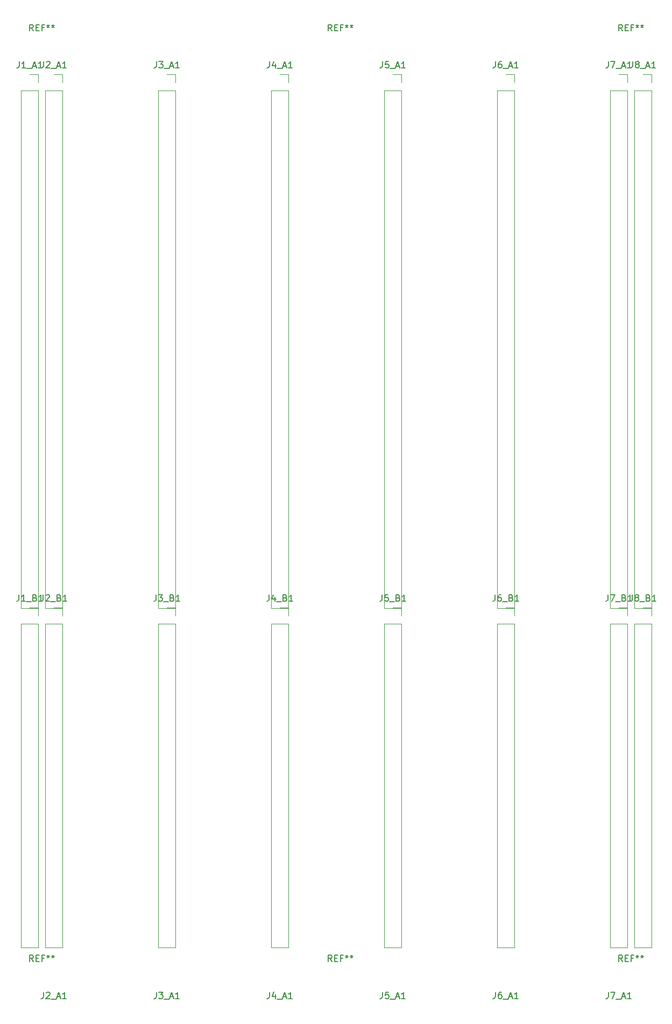
<source format=gbr>
%TF.GenerationSoftware,KiCad,Pcbnew,6.0.2+dfsg-1*%
%TF.CreationDate,2024-07-15T20:38:23+02:00*%
%TF.ProjectId,BUS_Rebuild,4255535f-5265-4627-9569-6c642e6b6963,rev?*%
%TF.SameCoordinates,Original*%
%TF.FileFunction,Legend,Top*%
%TF.FilePolarity,Positive*%
%FSLAX46Y46*%
G04 Gerber Fmt 4.6, Leading zero omitted, Abs format (unit mm)*
G04 Created by KiCad (PCBNEW 6.0.2+dfsg-1) date 2024-07-15 20:38:23*
%MOMM*%
%LPD*%
G01*
G04 APERTURE LIST*
%ADD10C,0.150000*%
%ADD11C,0.120000*%
G04 APERTURE END LIST*
D10*
X30130952Y-175982380D02*
X30130952Y-176696666D01*
X30083333Y-176839523D01*
X29988095Y-176934761D01*
X29845238Y-176982380D01*
X29750000Y-176982380D01*
X30559523Y-176077619D02*
X30607142Y-176030000D01*
X30702380Y-175982380D01*
X30940476Y-175982380D01*
X31035714Y-176030000D01*
X31083333Y-176077619D01*
X31130952Y-176172857D01*
X31130952Y-176268095D01*
X31083333Y-176410952D01*
X30511904Y-176982380D01*
X31130952Y-176982380D01*
X31321428Y-177077619D02*
X32083333Y-177077619D01*
X32273809Y-176696666D02*
X32750000Y-176696666D01*
X32178571Y-176982380D02*
X32511904Y-175982380D01*
X32845238Y-176982380D01*
X33702380Y-176982380D02*
X33130952Y-176982380D01*
X33416666Y-176982380D02*
X33416666Y-175982380D01*
X33321428Y-176125238D01*
X33226190Y-176220476D01*
X33130952Y-176268095D01*
X119030952Y-175982380D02*
X119030952Y-176696666D01*
X118983333Y-176839523D01*
X118888095Y-176934761D01*
X118745238Y-176982380D01*
X118650000Y-176982380D01*
X119411904Y-175982380D02*
X120078571Y-175982380D01*
X119650000Y-176982380D01*
X120221428Y-177077619D02*
X120983333Y-177077619D01*
X121173809Y-176696666D02*
X121650000Y-176696666D01*
X121078571Y-176982380D02*
X121411904Y-175982380D01*
X121745238Y-176982380D01*
X122602380Y-176982380D02*
X122030952Y-176982380D01*
X122316666Y-176982380D02*
X122316666Y-175982380D01*
X122221428Y-176125238D01*
X122126190Y-176220476D01*
X122030952Y-176268095D01*
X83470952Y-175982380D02*
X83470952Y-176696666D01*
X83423333Y-176839523D01*
X83328095Y-176934761D01*
X83185238Y-176982380D01*
X83090000Y-176982380D01*
X84423333Y-175982380D02*
X83947142Y-175982380D01*
X83899523Y-176458571D01*
X83947142Y-176410952D01*
X84042380Y-176363333D01*
X84280476Y-176363333D01*
X84375714Y-176410952D01*
X84423333Y-176458571D01*
X84470952Y-176553809D01*
X84470952Y-176791904D01*
X84423333Y-176887142D01*
X84375714Y-176934761D01*
X84280476Y-176982380D01*
X84042380Y-176982380D01*
X83947142Y-176934761D01*
X83899523Y-176887142D01*
X84661428Y-177077619D02*
X85423333Y-177077619D01*
X85613809Y-176696666D02*
X86090000Y-176696666D01*
X85518571Y-176982380D02*
X85851904Y-175982380D01*
X86185238Y-176982380D01*
X87042380Y-176982380D02*
X86470952Y-176982380D01*
X86756666Y-176982380D02*
X86756666Y-175982380D01*
X86661428Y-176125238D01*
X86566190Y-176220476D01*
X86470952Y-176268095D01*
X47910952Y-175982380D02*
X47910952Y-176696666D01*
X47863333Y-176839523D01*
X47768095Y-176934761D01*
X47625238Y-176982380D01*
X47530000Y-176982380D01*
X48291904Y-175982380D02*
X48910952Y-175982380D01*
X48577619Y-176363333D01*
X48720476Y-176363333D01*
X48815714Y-176410952D01*
X48863333Y-176458571D01*
X48910952Y-176553809D01*
X48910952Y-176791904D01*
X48863333Y-176887142D01*
X48815714Y-176934761D01*
X48720476Y-176982380D01*
X48434761Y-176982380D01*
X48339523Y-176934761D01*
X48291904Y-176887142D01*
X49101428Y-177077619D02*
X49863333Y-177077619D01*
X50053809Y-176696666D02*
X50530000Y-176696666D01*
X49958571Y-176982380D02*
X50291904Y-175982380D01*
X50625238Y-176982380D01*
X51482380Y-176982380D02*
X50910952Y-176982380D01*
X51196666Y-176982380D02*
X51196666Y-175982380D01*
X51101428Y-176125238D01*
X51006190Y-176220476D01*
X50910952Y-176268095D01*
X101250952Y-175982380D02*
X101250952Y-176696666D01*
X101203333Y-176839523D01*
X101108095Y-176934761D01*
X100965238Y-176982380D01*
X100870000Y-176982380D01*
X102155714Y-175982380D02*
X101965238Y-175982380D01*
X101870000Y-176030000D01*
X101822380Y-176077619D01*
X101727142Y-176220476D01*
X101679523Y-176410952D01*
X101679523Y-176791904D01*
X101727142Y-176887142D01*
X101774761Y-176934761D01*
X101870000Y-176982380D01*
X102060476Y-176982380D01*
X102155714Y-176934761D01*
X102203333Y-176887142D01*
X102250952Y-176791904D01*
X102250952Y-176553809D01*
X102203333Y-176458571D01*
X102155714Y-176410952D01*
X102060476Y-176363333D01*
X101870000Y-176363333D01*
X101774761Y-176410952D01*
X101727142Y-176458571D01*
X101679523Y-176553809D01*
X102441428Y-177077619D02*
X103203333Y-177077619D01*
X103393809Y-176696666D02*
X103870000Y-176696666D01*
X103298571Y-176982380D02*
X103631904Y-175982380D01*
X103965238Y-176982380D01*
X104822380Y-176982380D02*
X104250952Y-176982380D01*
X104536666Y-176982380D02*
X104536666Y-175982380D01*
X104441428Y-176125238D01*
X104346190Y-176220476D01*
X104250952Y-176268095D01*
X65690952Y-175982380D02*
X65690952Y-176696666D01*
X65643333Y-176839523D01*
X65548095Y-176934761D01*
X65405238Y-176982380D01*
X65310000Y-176982380D01*
X66595714Y-176315714D02*
X66595714Y-176982380D01*
X66357619Y-175934761D02*
X66119523Y-176649047D01*
X66738571Y-176649047D01*
X66881428Y-177077619D02*
X67643333Y-177077619D01*
X67833809Y-176696666D02*
X68310000Y-176696666D01*
X67738571Y-176982380D02*
X68071904Y-175982380D01*
X68405238Y-176982380D01*
X69262380Y-176982380D02*
X68690952Y-176982380D01*
X68976666Y-176982380D02*
X68976666Y-175982380D01*
X68881428Y-176125238D01*
X68786190Y-176220476D01*
X68690952Y-176268095D01*
%TO.C,REF\u002A\u002A*%
X28511666Y-171172380D02*
X28178333Y-170696190D01*
X27940238Y-171172380D02*
X27940238Y-170172380D01*
X28321190Y-170172380D01*
X28416428Y-170220000D01*
X28464047Y-170267619D01*
X28511666Y-170362857D01*
X28511666Y-170505714D01*
X28464047Y-170600952D01*
X28416428Y-170648571D01*
X28321190Y-170696190D01*
X27940238Y-170696190D01*
X28940238Y-170648571D02*
X29273571Y-170648571D01*
X29416428Y-171172380D02*
X28940238Y-171172380D01*
X28940238Y-170172380D01*
X29416428Y-170172380D01*
X30178333Y-170648571D02*
X29845000Y-170648571D01*
X29845000Y-171172380D02*
X29845000Y-170172380D01*
X30321190Y-170172380D01*
X30845000Y-170172380D02*
X30845000Y-170410476D01*
X30606904Y-170315238D02*
X30845000Y-170410476D01*
X31083095Y-170315238D01*
X30702142Y-170600952D02*
X30845000Y-170410476D01*
X30987857Y-170600952D01*
X31606904Y-170172380D02*
X31606904Y-170410476D01*
X31368809Y-170315238D02*
X31606904Y-170410476D01*
X31845000Y-170315238D01*
X31464047Y-170600952D02*
X31606904Y-170410476D01*
X31749761Y-170600952D01*
X75501666Y-171172380D02*
X75168333Y-170696190D01*
X74930238Y-171172380D02*
X74930238Y-170172380D01*
X75311190Y-170172380D01*
X75406428Y-170220000D01*
X75454047Y-170267619D01*
X75501666Y-170362857D01*
X75501666Y-170505714D01*
X75454047Y-170600952D01*
X75406428Y-170648571D01*
X75311190Y-170696190D01*
X74930238Y-170696190D01*
X75930238Y-170648571D02*
X76263571Y-170648571D01*
X76406428Y-171172380D02*
X75930238Y-171172380D01*
X75930238Y-170172380D01*
X76406428Y-170172380D01*
X77168333Y-170648571D02*
X76835000Y-170648571D01*
X76835000Y-171172380D02*
X76835000Y-170172380D01*
X77311190Y-170172380D01*
X77835000Y-170172380D02*
X77835000Y-170410476D01*
X77596904Y-170315238D02*
X77835000Y-170410476D01*
X78073095Y-170315238D01*
X77692142Y-170600952D02*
X77835000Y-170410476D01*
X77977857Y-170600952D01*
X78596904Y-170172380D02*
X78596904Y-170410476D01*
X78358809Y-170315238D02*
X78596904Y-170410476D01*
X78835000Y-170315238D01*
X78454047Y-170600952D02*
X78596904Y-170410476D01*
X78739761Y-170600952D01*
X121221666Y-171172380D02*
X120888333Y-170696190D01*
X120650238Y-171172380D02*
X120650238Y-170172380D01*
X121031190Y-170172380D01*
X121126428Y-170220000D01*
X121174047Y-170267619D01*
X121221666Y-170362857D01*
X121221666Y-170505714D01*
X121174047Y-170600952D01*
X121126428Y-170648571D01*
X121031190Y-170696190D01*
X120650238Y-170696190D01*
X121650238Y-170648571D02*
X121983571Y-170648571D01*
X122126428Y-171172380D02*
X121650238Y-171172380D01*
X121650238Y-170172380D01*
X122126428Y-170172380D01*
X122888333Y-170648571D02*
X122555000Y-170648571D01*
X122555000Y-171172380D02*
X122555000Y-170172380D01*
X123031190Y-170172380D01*
X123555000Y-170172380D02*
X123555000Y-170410476D01*
X123316904Y-170315238D02*
X123555000Y-170410476D01*
X123793095Y-170315238D01*
X123412142Y-170600952D02*
X123555000Y-170410476D01*
X123697857Y-170600952D01*
X124316904Y-170172380D02*
X124316904Y-170410476D01*
X124078809Y-170315238D02*
X124316904Y-170410476D01*
X124555000Y-170315238D01*
X124174047Y-170600952D02*
X124316904Y-170410476D01*
X124459761Y-170600952D01*
X28511666Y-24892380D02*
X28178333Y-24416190D01*
X27940238Y-24892380D02*
X27940238Y-23892380D01*
X28321190Y-23892380D01*
X28416428Y-23940000D01*
X28464047Y-23987619D01*
X28511666Y-24082857D01*
X28511666Y-24225714D01*
X28464047Y-24320952D01*
X28416428Y-24368571D01*
X28321190Y-24416190D01*
X27940238Y-24416190D01*
X28940238Y-24368571D02*
X29273571Y-24368571D01*
X29416428Y-24892380D02*
X28940238Y-24892380D01*
X28940238Y-23892380D01*
X29416428Y-23892380D01*
X30178333Y-24368571D02*
X29845000Y-24368571D01*
X29845000Y-24892380D02*
X29845000Y-23892380D01*
X30321190Y-23892380D01*
X30845000Y-23892380D02*
X30845000Y-24130476D01*
X30606904Y-24035238D02*
X30845000Y-24130476D01*
X31083095Y-24035238D01*
X30702142Y-24320952D02*
X30845000Y-24130476D01*
X30987857Y-24320952D01*
X31606904Y-23892380D02*
X31606904Y-24130476D01*
X31368809Y-24035238D02*
X31606904Y-24130476D01*
X31845000Y-24035238D01*
X31464047Y-24320952D02*
X31606904Y-24130476D01*
X31749761Y-24320952D01*
X75501666Y-24892380D02*
X75168333Y-24416190D01*
X74930238Y-24892380D02*
X74930238Y-23892380D01*
X75311190Y-23892380D01*
X75406428Y-23940000D01*
X75454047Y-23987619D01*
X75501666Y-24082857D01*
X75501666Y-24225714D01*
X75454047Y-24320952D01*
X75406428Y-24368571D01*
X75311190Y-24416190D01*
X74930238Y-24416190D01*
X75930238Y-24368571D02*
X76263571Y-24368571D01*
X76406428Y-24892380D02*
X75930238Y-24892380D01*
X75930238Y-23892380D01*
X76406428Y-23892380D01*
X77168333Y-24368571D02*
X76835000Y-24368571D01*
X76835000Y-24892380D02*
X76835000Y-23892380D01*
X77311190Y-23892380D01*
X77835000Y-23892380D02*
X77835000Y-24130476D01*
X77596904Y-24035238D02*
X77835000Y-24130476D01*
X78073095Y-24035238D01*
X77692142Y-24320952D02*
X77835000Y-24130476D01*
X77977857Y-24320952D01*
X78596904Y-23892380D02*
X78596904Y-24130476D01*
X78358809Y-24035238D02*
X78596904Y-24130476D01*
X78835000Y-24035238D01*
X78454047Y-24320952D02*
X78596904Y-24130476D01*
X78739761Y-24320952D01*
X121221666Y-24892380D02*
X120888333Y-24416190D01*
X120650238Y-24892380D02*
X120650238Y-23892380D01*
X121031190Y-23892380D01*
X121126428Y-23940000D01*
X121174047Y-23987619D01*
X121221666Y-24082857D01*
X121221666Y-24225714D01*
X121174047Y-24320952D01*
X121126428Y-24368571D01*
X121031190Y-24416190D01*
X120650238Y-24416190D01*
X121650238Y-24368571D02*
X121983571Y-24368571D01*
X122126428Y-24892380D02*
X121650238Y-24892380D01*
X121650238Y-23892380D01*
X122126428Y-23892380D01*
X122888333Y-24368571D02*
X122555000Y-24368571D01*
X122555000Y-24892380D02*
X122555000Y-23892380D01*
X123031190Y-23892380D01*
X123555000Y-23892380D02*
X123555000Y-24130476D01*
X123316904Y-24035238D02*
X123555000Y-24130476D01*
X123793095Y-24035238D01*
X123412142Y-24320952D02*
X123555000Y-24130476D01*
X123697857Y-24320952D01*
X124316904Y-23892380D02*
X124316904Y-24130476D01*
X124078809Y-24035238D02*
X124316904Y-24130476D01*
X124555000Y-24035238D01*
X124174047Y-24320952D02*
X124316904Y-24130476D01*
X124459761Y-24320952D01*
%TO.C,J4_A1*%
X65690952Y-29702380D02*
X65690952Y-30416666D01*
X65643333Y-30559523D01*
X65548095Y-30654761D01*
X65405238Y-30702380D01*
X65310000Y-30702380D01*
X66595714Y-30035714D02*
X66595714Y-30702380D01*
X66357619Y-29654761D02*
X66119523Y-30369047D01*
X66738571Y-30369047D01*
X66881428Y-30797619D02*
X67643333Y-30797619D01*
X67833809Y-30416666D02*
X68310000Y-30416666D01*
X67738571Y-30702380D02*
X68071904Y-29702380D01*
X68405238Y-30702380D01*
X69262380Y-30702380D02*
X68690952Y-30702380D01*
X68976666Y-30702380D02*
X68976666Y-29702380D01*
X68881428Y-29845238D01*
X68786190Y-29940476D01*
X68690952Y-29988095D01*
%TO.C,J8_A1*%
X122840952Y-29702380D02*
X122840952Y-30416666D01*
X122793333Y-30559523D01*
X122698095Y-30654761D01*
X122555238Y-30702380D01*
X122460000Y-30702380D01*
X123460000Y-30130952D02*
X123364761Y-30083333D01*
X123317142Y-30035714D01*
X123269523Y-29940476D01*
X123269523Y-29892857D01*
X123317142Y-29797619D01*
X123364761Y-29750000D01*
X123460000Y-29702380D01*
X123650476Y-29702380D01*
X123745714Y-29750000D01*
X123793333Y-29797619D01*
X123840952Y-29892857D01*
X123840952Y-29940476D01*
X123793333Y-30035714D01*
X123745714Y-30083333D01*
X123650476Y-30130952D01*
X123460000Y-30130952D01*
X123364761Y-30178571D01*
X123317142Y-30226190D01*
X123269523Y-30321428D01*
X123269523Y-30511904D01*
X123317142Y-30607142D01*
X123364761Y-30654761D01*
X123460000Y-30702380D01*
X123650476Y-30702380D01*
X123745714Y-30654761D01*
X123793333Y-30607142D01*
X123840952Y-30511904D01*
X123840952Y-30321428D01*
X123793333Y-30226190D01*
X123745714Y-30178571D01*
X123650476Y-30130952D01*
X124031428Y-30797619D02*
X124793333Y-30797619D01*
X124983809Y-30416666D02*
X125460000Y-30416666D01*
X124888571Y-30702380D02*
X125221904Y-29702380D01*
X125555238Y-30702380D01*
X126412380Y-30702380D02*
X125840952Y-30702380D01*
X126126666Y-30702380D02*
X126126666Y-29702380D01*
X126031428Y-29845238D01*
X125936190Y-29940476D01*
X125840952Y-29988095D01*
%TO.C,J2_A1*%
X30130952Y-29702380D02*
X30130952Y-30416666D01*
X30083333Y-30559523D01*
X29988095Y-30654761D01*
X29845238Y-30702380D01*
X29750000Y-30702380D01*
X30559523Y-29797619D02*
X30607142Y-29750000D01*
X30702380Y-29702380D01*
X30940476Y-29702380D01*
X31035714Y-29750000D01*
X31083333Y-29797619D01*
X31130952Y-29892857D01*
X31130952Y-29988095D01*
X31083333Y-30130952D01*
X30511904Y-30702380D01*
X31130952Y-30702380D01*
X31321428Y-30797619D02*
X32083333Y-30797619D01*
X32273809Y-30416666D02*
X32750000Y-30416666D01*
X32178571Y-30702380D02*
X32511904Y-29702380D01*
X32845238Y-30702380D01*
X33702380Y-30702380D02*
X33130952Y-30702380D01*
X33416666Y-30702380D02*
X33416666Y-29702380D01*
X33321428Y-29845238D01*
X33226190Y-29940476D01*
X33130952Y-29988095D01*
%TO.C,J6_B1*%
X101179523Y-113522380D02*
X101179523Y-114236666D01*
X101131904Y-114379523D01*
X101036666Y-114474761D01*
X100893809Y-114522380D01*
X100798571Y-114522380D01*
X102084285Y-113522380D02*
X101893809Y-113522380D01*
X101798571Y-113570000D01*
X101750952Y-113617619D01*
X101655714Y-113760476D01*
X101608095Y-113950952D01*
X101608095Y-114331904D01*
X101655714Y-114427142D01*
X101703333Y-114474761D01*
X101798571Y-114522380D01*
X101989047Y-114522380D01*
X102084285Y-114474761D01*
X102131904Y-114427142D01*
X102179523Y-114331904D01*
X102179523Y-114093809D01*
X102131904Y-113998571D01*
X102084285Y-113950952D01*
X101989047Y-113903333D01*
X101798571Y-113903333D01*
X101703333Y-113950952D01*
X101655714Y-113998571D01*
X101608095Y-114093809D01*
X102370000Y-114617619D02*
X103131904Y-114617619D01*
X103703333Y-113998571D02*
X103846190Y-114046190D01*
X103893809Y-114093809D01*
X103941428Y-114189047D01*
X103941428Y-114331904D01*
X103893809Y-114427142D01*
X103846190Y-114474761D01*
X103750952Y-114522380D01*
X103370000Y-114522380D01*
X103370000Y-113522380D01*
X103703333Y-113522380D01*
X103798571Y-113570000D01*
X103846190Y-113617619D01*
X103893809Y-113712857D01*
X103893809Y-113808095D01*
X103846190Y-113903333D01*
X103798571Y-113950952D01*
X103703333Y-113998571D01*
X103370000Y-113998571D01*
X104893809Y-114522380D02*
X104322380Y-114522380D01*
X104608095Y-114522380D02*
X104608095Y-113522380D01*
X104512857Y-113665238D01*
X104417619Y-113760476D01*
X104322380Y-113808095D01*
%TO.C,J7_B1*%
X118959523Y-113522380D02*
X118959523Y-114236666D01*
X118911904Y-114379523D01*
X118816666Y-114474761D01*
X118673809Y-114522380D01*
X118578571Y-114522380D01*
X119340476Y-113522380D02*
X120007142Y-113522380D01*
X119578571Y-114522380D01*
X120150000Y-114617619D02*
X120911904Y-114617619D01*
X121483333Y-113998571D02*
X121626190Y-114046190D01*
X121673809Y-114093809D01*
X121721428Y-114189047D01*
X121721428Y-114331904D01*
X121673809Y-114427142D01*
X121626190Y-114474761D01*
X121530952Y-114522380D01*
X121150000Y-114522380D01*
X121150000Y-113522380D01*
X121483333Y-113522380D01*
X121578571Y-113570000D01*
X121626190Y-113617619D01*
X121673809Y-113712857D01*
X121673809Y-113808095D01*
X121626190Y-113903333D01*
X121578571Y-113950952D01*
X121483333Y-113998571D01*
X121150000Y-113998571D01*
X122673809Y-114522380D02*
X122102380Y-114522380D01*
X122388095Y-114522380D02*
X122388095Y-113522380D01*
X122292857Y-113665238D01*
X122197619Y-113760476D01*
X122102380Y-113808095D01*
%TO.C,J3_B1*%
X47839523Y-113522380D02*
X47839523Y-114236666D01*
X47791904Y-114379523D01*
X47696666Y-114474761D01*
X47553809Y-114522380D01*
X47458571Y-114522380D01*
X48220476Y-113522380D02*
X48839523Y-113522380D01*
X48506190Y-113903333D01*
X48649047Y-113903333D01*
X48744285Y-113950952D01*
X48791904Y-113998571D01*
X48839523Y-114093809D01*
X48839523Y-114331904D01*
X48791904Y-114427142D01*
X48744285Y-114474761D01*
X48649047Y-114522380D01*
X48363333Y-114522380D01*
X48268095Y-114474761D01*
X48220476Y-114427142D01*
X49030000Y-114617619D02*
X49791904Y-114617619D01*
X50363333Y-113998571D02*
X50506190Y-114046190D01*
X50553809Y-114093809D01*
X50601428Y-114189047D01*
X50601428Y-114331904D01*
X50553809Y-114427142D01*
X50506190Y-114474761D01*
X50410952Y-114522380D01*
X50030000Y-114522380D01*
X50030000Y-113522380D01*
X50363333Y-113522380D01*
X50458571Y-113570000D01*
X50506190Y-113617619D01*
X50553809Y-113712857D01*
X50553809Y-113808095D01*
X50506190Y-113903333D01*
X50458571Y-113950952D01*
X50363333Y-113998571D01*
X50030000Y-113998571D01*
X51553809Y-114522380D02*
X50982380Y-114522380D01*
X51268095Y-114522380D02*
X51268095Y-113522380D01*
X51172857Y-113665238D01*
X51077619Y-113760476D01*
X50982380Y-113808095D01*
%TO.C,J1_A1*%
X26320952Y-29702380D02*
X26320952Y-30416666D01*
X26273333Y-30559523D01*
X26178095Y-30654761D01*
X26035238Y-30702380D01*
X25940000Y-30702380D01*
X27320952Y-30702380D02*
X26749523Y-30702380D01*
X27035238Y-30702380D02*
X27035238Y-29702380D01*
X26940000Y-29845238D01*
X26844761Y-29940476D01*
X26749523Y-29988095D01*
X27511428Y-30797619D02*
X28273333Y-30797619D01*
X28463809Y-30416666D02*
X28940000Y-30416666D01*
X28368571Y-30702380D02*
X28701904Y-29702380D01*
X29035238Y-30702380D01*
X29892380Y-30702380D02*
X29320952Y-30702380D01*
X29606666Y-30702380D02*
X29606666Y-29702380D01*
X29511428Y-29845238D01*
X29416190Y-29940476D01*
X29320952Y-29988095D01*
%TO.C,J1_B1*%
X26249523Y-113522380D02*
X26249523Y-114236666D01*
X26201904Y-114379523D01*
X26106666Y-114474761D01*
X25963809Y-114522380D01*
X25868571Y-114522380D01*
X27249523Y-114522380D02*
X26678095Y-114522380D01*
X26963809Y-114522380D02*
X26963809Y-113522380D01*
X26868571Y-113665238D01*
X26773333Y-113760476D01*
X26678095Y-113808095D01*
X27439999Y-114617619D02*
X28201904Y-114617619D01*
X28773333Y-113998571D02*
X28916190Y-114046190D01*
X28963809Y-114093809D01*
X29011428Y-114189047D01*
X29011428Y-114331904D01*
X28963809Y-114427142D01*
X28916190Y-114474761D01*
X28820952Y-114522380D01*
X28439999Y-114522380D01*
X28439999Y-113522380D01*
X28773333Y-113522380D01*
X28868571Y-113570000D01*
X28916190Y-113617619D01*
X28963809Y-113712857D01*
X28963809Y-113808095D01*
X28916190Y-113903333D01*
X28868571Y-113950952D01*
X28773333Y-113998571D01*
X28439999Y-113998571D01*
X29963809Y-114522380D02*
X29392380Y-114522380D01*
X29678095Y-114522380D02*
X29678095Y-113522380D01*
X29582857Y-113665238D01*
X29487619Y-113760476D01*
X29392380Y-113808095D01*
%TO.C,J4_B1*%
X65619523Y-113522380D02*
X65619523Y-114236666D01*
X65571904Y-114379523D01*
X65476666Y-114474761D01*
X65333809Y-114522380D01*
X65238571Y-114522380D01*
X66524285Y-113855714D02*
X66524285Y-114522380D01*
X66286190Y-113474761D02*
X66048095Y-114189047D01*
X66667142Y-114189047D01*
X66810000Y-114617619D02*
X67571904Y-114617619D01*
X68143333Y-113998571D02*
X68286190Y-114046190D01*
X68333809Y-114093809D01*
X68381428Y-114189047D01*
X68381428Y-114331904D01*
X68333809Y-114427142D01*
X68286190Y-114474761D01*
X68190952Y-114522380D01*
X67810000Y-114522380D01*
X67810000Y-113522380D01*
X68143333Y-113522380D01*
X68238571Y-113570000D01*
X68286190Y-113617619D01*
X68333809Y-113712857D01*
X68333809Y-113808095D01*
X68286190Y-113903333D01*
X68238571Y-113950952D01*
X68143333Y-113998571D01*
X67810000Y-113998571D01*
X69333809Y-114522380D02*
X68762380Y-114522380D01*
X69048095Y-114522380D02*
X69048095Y-113522380D01*
X68952857Y-113665238D01*
X68857619Y-113760476D01*
X68762380Y-113808095D01*
%TO.C,J2_B1*%
X30059523Y-113522380D02*
X30059523Y-114236666D01*
X30011904Y-114379523D01*
X29916666Y-114474761D01*
X29773809Y-114522380D01*
X29678571Y-114522380D01*
X30488095Y-113617619D02*
X30535714Y-113570000D01*
X30630952Y-113522380D01*
X30869047Y-113522380D01*
X30964285Y-113570000D01*
X31011904Y-113617619D01*
X31059523Y-113712857D01*
X31059523Y-113808095D01*
X31011904Y-113950952D01*
X30440476Y-114522380D01*
X31059523Y-114522380D01*
X31249999Y-114617619D02*
X32011904Y-114617619D01*
X32583333Y-113998571D02*
X32726190Y-114046190D01*
X32773809Y-114093809D01*
X32821428Y-114189047D01*
X32821428Y-114331904D01*
X32773809Y-114427142D01*
X32726190Y-114474761D01*
X32630952Y-114522380D01*
X32249999Y-114522380D01*
X32249999Y-113522380D01*
X32583333Y-113522380D01*
X32678571Y-113570000D01*
X32726190Y-113617619D01*
X32773809Y-113712857D01*
X32773809Y-113808095D01*
X32726190Y-113903333D01*
X32678571Y-113950952D01*
X32583333Y-113998571D01*
X32249999Y-113998571D01*
X33773809Y-114522380D02*
X33202380Y-114522380D01*
X33488095Y-114522380D02*
X33488095Y-113522380D01*
X33392857Y-113665238D01*
X33297619Y-113760476D01*
X33202380Y-113808095D01*
%TO.C,J3_A1*%
X47910952Y-29702380D02*
X47910952Y-30416666D01*
X47863333Y-30559523D01*
X47768095Y-30654761D01*
X47625238Y-30702380D01*
X47530000Y-30702380D01*
X48291904Y-29702380D02*
X48910952Y-29702380D01*
X48577619Y-30083333D01*
X48720476Y-30083333D01*
X48815714Y-30130952D01*
X48863333Y-30178571D01*
X48910952Y-30273809D01*
X48910952Y-30511904D01*
X48863333Y-30607142D01*
X48815714Y-30654761D01*
X48720476Y-30702380D01*
X48434761Y-30702380D01*
X48339523Y-30654761D01*
X48291904Y-30607142D01*
X49101428Y-30797619D02*
X49863333Y-30797619D01*
X50053809Y-30416666D02*
X50530000Y-30416666D01*
X49958571Y-30702380D02*
X50291904Y-29702380D01*
X50625238Y-30702380D01*
X51482380Y-30702380D02*
X50910952Y-30702380D01*
X51196666Y-30702380D02*
X51196666Y-29702380D01*
X51101428Y-29845238D01*
X51006190Y-29940476D01*
X50910952Y-29988095D01*
%TO.C,J5_A1*%
X83470952Y-29702380D02*
X83470952Y-30416666D01*
X83423333Y-30559523D01*
X83328095Y-30654761D01*
X83185238Y-30702380D01*
X83090000Y-30702380D01*
X84423333Y-29702380D02*
X83947142Y-29702380D01*
X83899523Y-30178571D01*
X83947142Y-30130952D01*
X84042380Y-30083333D01*
X84280476Y-30083333D01*
X84375714Y-30130952D01*
X84423333Y-30178571D01*
X84470952Y-30273809D01*
X84470952Y-30511904D01*
X84423333Y-30607142D01*
X84375714Y-30654761D01*
X84280476Y-30702380D01*
X84042380Y-30702380D01*
X83947142Y-30654761D01*
X83899523Y-30607142D01*
X84661428Y-30797619D02*
X85423333Y-30797619D01*
X85613809Y-30416666D02*
X86090000Y-30416666D01*
X85518571Y-30702380D02*
X85851904Y-29702380D01*
X86185238Y-30702380D01*
X87042380Y-30702380D02*
X86470952Y-30702380D01*
X86756666Y-30702380D02*
X86756666Y-29702380D01*
X86661428Y-29845238D01*
X86566190Y-29940476D01*
X86470952Y-29988095D01*
%TO.C,J7_A1*%
X119030952Y-29702380D02*
X119030952Y-30416666D01*
X118983333Y-30559523D01*
X118888095Y-30654761D01*
X118745238Y-30702380D01*
X118650000Y-30702380D01*
X119411904Y-29702380D02*
X120078571Y-29702380D01*
X119650000Y-30702380D01*
X120221428Y-30797619D02*
X120983333Y-30797619D01*
X121173809Y-30416666D02*
X121650000Y-30416666D01*
X121078571Y-30702380D02*
X121411904Y-29702380D01*
X121745238Y-30702380D01*
X122602380Y-30702380D02*
X122030952Y-30702380D01*
X122316666Y-30702380D02*
X122316666Y-29702380D01*
X122221428Y-29845238D01*
X122126190Y-29940476D01*
X122030952Y-29988095D01*
%TO.C,J5_B1*%
X83399523Y-113522380D02*
X83399523Y-114236666D01*
X83351904Y-114379523D01*
X83256666Y-114474761D01*
X83113809Y-114522380D01*
X83018571Y-114522380D01*
X84351904Y-113522380D02*
X83875714Y-113522380D01*
X83828095Y-113998571D01*
X83875714Y-113950952D01*
X83970952Y-113903333D01*
X84209047Y-113903333D01*
X84304285Y-113950952D01*
X84351904Y-113998571D01*
X84399523Y-114093809D01*
X84399523Y-114331904D01*
X84351904Y-114427142D01*
X84304285Y-114474761D01*
X84209047Y-114522380D01*
X83970952Y-114522380D01*
X83875714Y-114474761D01*
X83828095Y-114427142D01*
X84590000Y-114617619D02*
X85351904Y-114617619D01*
X85923333Y-113998571D02*
X86066190Y-114046190D01*
X86113809Y-114093809D01*
X86161428Y-114189047D01*
X86161428Y-114331904D01*
X86113809Y-114427142D01*
X86066190Y-114474761D01*
X85970952Y-114522380D01*
X85590000Y-114522380D01*
X85590000Y-113522380D01*
X85923333Y-113522380D01*
X86018571Y-113570000D01*
X86066190Y-113617619D01*
X86113809Y-113712857D01*
X86113809Y-113808095D01*
X86066190Y-113903333D01*
X86018571Y-113950952D01*
X85923333Y-113998571D01*
X85590000Y-113998571D01*
X87113809Y-114522380D02*
X86542380Y-114522380D01*
X86828095Y-114522380D02*
X86828095Y-113522380D01*
X86732857Y-113665238D01*
X86637619Y-113760476D01*
X86542380Y-113808095D01*
%TO.C,J8_B1*%
X122769523Y-113522380D02*
X122769523Y-114236666D01*
X122721904Y-114379523D01*
X122626666Y-114474761D01*
X122483809Y-114522380D01*
X122388571Y-114522380D01*
X123388571Y-113950952D02*
X123293333Y-113903333D01*
X123245714Y-113855714D01*
X123198095Y-113760476D01*
X123198095Y-113712857D01*
X123245714Y-113617619D01*
X123293333Y-113570000D01*
X123388571Y-113522380D01*
X123579047Y-113522380D01*
X123674285Y-113570000D01*
X123721904Y-113617619D01*
X123769523Y-113712857D01*
X123769523Y-113760476D01*
X123721904Y-113855714D01*
X123674285Y-113903333D01*
X123579047Y-113950952D01*
X123388571Y-113950952D01*
X123293333Y-113998571D01*
X123245714Y-114046190D01*
X123198095Y-114141428D01*
X123198095Y-114331904D01*
X123245714Y-114427142D01*
X123293333Y-114474761D01*
X123388571Y-114522380D01*
X123579047Y-114522380D01*
X123674285Y-114474761D01*
X123721904Y-114427142D01*
X123769523Y-114331904D01*
X123769523Y-114141428D01*
X123721904Y-114046190D01*
X123674285Y-113998571D01*
X123579047Y-113950952D01*
X123960000Y-114617619D02*
X124721904Y-114617619D01*
X125293333Y-113998571D02*
X125436190Y-114046190D01*
X125483809Y-114093809D01*
X125531428Y-114189047D01*
X125531428Y-114331904D01*
X125483809Y-114427142D01*
X125436190Y-114474761D01*
X125340952Y-114522380D01*
X124960000Y-114522380D01*
X124960000Y-113522380D01*
X125293333Y-113522380D01*
X125388571Y-113570000D01*
X125436190Y-113617619D01*
X125483809Y-113712857D01*
X125483809Y-113808095D01*
X125436190Y-113903333D01*
X125388571Y-113950952D01*
X125293333Y-113998571D01*
X124960000Y-113998571D01*
X126483809Y-114522380D02*
X125912380Y-114522380D01*
X126198095Y-114522380D02*
X126198095Y-113522380D01*
X126102857Y-113665238D01*
X126007619Y-113760476D01*
X125912380Y-113808095D01*
%TO.C,J6_A1*%
X101250952Y-29702380D02*
X101250952Y-30416666D01*
X101203333Y-30559523D01*
X101108095Y-30654761D01*
X100965238Y-30702380D01*
X100870000Y-30702380D01*
X102155714Y-29702380D02*
X101965238Y-29702380D01*
X101870000Y-29750000D01*
X101822380Y-29797619D01*
X101727142Y-29940476D01*
X101679523Y-30130952D01*
X101679523Y-30511904D01*
X101727142Y-30607142D01*
X101774761Y-30654761D01*
X101870000Y-30702380D01*
X102060476Y-30702380D01*
X102155714Y-30654761D01*
X102203333Y-30607142D01*
X102250952Y-30511904D01*
X102250952Y-30273809D01*
X102203333Y-30178571D01*
X102155714Y-30130952D01*
X102060476Y-30083333D01*
X101870000Y-30083333D01*
X101774761Y-30130952D01*
X101727142Y-30178571D01*
X101679523Y-30273809D01*
X102441428Y-30797619D02*
X103203333Y-30797619D01*
X103393809Y-30416666D02*
X103870000Y-30416666D01*
X103298571Y-30702380D02*
X103631904Y-29702380D01*
X103965238Y-30702380D01*
X104822380Y-30702380D02*
X104250952Y-30702380D01*
X104536666Y-30702380D02*
X104536666Y-29702380D01*
X104441428Y-29845238D01*
X104346190Y-29940476D01*
X104250952Y-29988095D01*
D11*
%TO.C,J4_A1*%
X68640000Y-31690000D02*
X68640000Y-33020000D01*
X65980000Y-34290000D02*
X68640000Y-34290000D01*
X67310000Y-31690000D02*
X68640000Y-31690000D01*
X65980000Y-115630000D02*
X68640000Y-115630000D01*
X65980000Y-34290000D02*
X65980000Y-115630000D01*
X68640000Y-34290000D02*
X68640000Y-115630000D01*
%TO.C,J8_A1*%
X123130000Y-34290000D02*
X125790000Y-34290000D01*
X124460000Y-31690000D02*
X125790000Y-31690000D01*
X123130000Y-34290000D02*
X123130000Y-115630000D01*
X125790000Y-31690000D02*
X125790000Y-33020000D01*
X125790000Y-34290000D02*
X125790000Y-115630000D01*
X123130000Y-115630000D02*
X125790000Y-115630000D01*
%TO.C,J2_A1*%
X30420000Y-34290000D02*
X30420000Y-115630000D01*
X31750000Y-31690000D02*
X33080000Y-31690000D01*
X30420000Y-115630000D02*
X33080000Y-115630000D01*
X30420000Y-34290000D02*
X33080000Y-34290000D01*
X33080000Y-34290000D02*
X33080000Y-115630000D01*
X33080000Y-31690000D02*
X33080000Y-33020000D01*
%TO.C,J6_B1*%
X104200000Y-118110000D02*
X104200000Y-168970000D01*
X101540000Y-168970000D02*
X104200000Y-168970000D01*
X104200000Y-115510000D02*
X104200000Y-116840000D01*
X102870000Y-115510000D02*
X104200000Y-115510000D01*
X101540000Y-118110000D02*
X104200000Y-118110000D01*
X101540000Y-118110000D02*
X101540000Y-168970000D01*
%TO.C,J7_B1*%
X121980000Y-115510000D02*
X121980000Y-116840000D01*
X120650000Y-115510000D02*
X121980000Y-115510000D01*
X119320000Y-118110000D02*
X121980000Y-118110000D01*
X119320000Y-168970000D02*
X121980000Y-168970000D01*
X119320000Y-118110000D02*
X119320000Y-168970000D01*
X121980000Y-118110000D02*
X121980000Y-168970000D01*
%TO.C,J3_B1*%
X48200000Y-168970000D02*
X50860000Y-168970000D01*
X48200000Y-118110000D02*
X50860000Y-118110000D01*
X50860000Y-115510000D02*
X50860000Y-116840000D01*
X49530000Y-115510000D02*
X50860000Y-115510000D01*
X50860000Y-118110000D02*
X50860000Y-168970000D01*
X48200000Y-118110000D02*
X48200000Y-168970000D01*
%TO.C,J1_A1*%
X27940000Y-31690000D02*
X29270000Y-31690000D01*
X29270000Y-31690000D02*
X29270000Y-33020000D01*
X26610000Y-34290000D02*
X29270000Y-34290000D01*
X26610000Y-34290000D02*
X26610000Y-115630000D01*
X26610000Y-115630000D02*
X29270000Y-115630000D01*
X29270000Y-34290000D02*
X29270000Y-115630000D01*
%TO.C,J1_B1*%
X27940000Y-115510000D02*
X29270000Y-115510000D01*
X26610000Y-118110000D02*
X29270000Y-118110000D01*
X29270000Y-115510000D02*
X29270000Y-116840000D01*
X29270000Y-118110000D02*
X29270000Y-168970000D01*
X26610000Y-168970000D02*
X29270000Y-168970000D01*
X26610000Y-118110000D02*
X26610000Y-168970000D01*
%TO.C,J4_B1*%
X65980000Y-118110000D02*
X68640000Y-118110000D01*
X65980000Y-118110000D02*
X65980000Y-168970000D01*
X65980000Y-168970000D02*
X68640000Y-168970000D01*
X68640000Y-118110000D02*
X68640000Y-168970000D01*
X68640000Y-115510000D02*
X68640000Y-116840000D01*
X67310000Y-115510000D02*
X68640000Y-115510000D01*
%TO.C,J2_B1*%
X33080000Y-118110000D02*
X33080000Y-168970000D01*
X30420000Y-118110000D02*
X33080000Y-118110000D01*
X30420000Y-168970000D02*
X33080000Y-168970000D01*
X31750000Y-115510000D02*
X33080000Y-115510000D01*
X33080000Y-115510000D02*
X33080000Y-116840000D01*
X30420000Y-118110000D02*
X30420000Y-168970000D01*
%TO.C,J3_A1*%
X50860000Y-31690000D02*
X50860000Y-33020000D01*
X48200000Y-115630000D02*
X50860000Y-115630000D01*
X48200000Y-34290000D02*
X48200000Y-115630000D01*
X49530000Y-31690000D02*
X50860000Y-31690000D01*
X48200000Y-34290000D02*
X50860000Y-34290000D01*
X50860000Y-34290000D02*
X50860000Y-115630000D01*
%TO.C,J5_A1*%
X83760000Y-34290000D02*
X83760000Y-115630000D01*
X83760000Y-34290000D02*
X86420000Y-34290000D01*
X86420000Y-31690000D02*
X86420000Y-33020000D01*
X85090000Y-31690000D02*
X86420000Y-31690000D01*
X86420000Y-34290000D02*
X86420000Y-115630000D01*
X83760000Y-115630000D02*
X86420000Y-115630000D01*
%TO.C,J7_A1*%
X121980000Y-31690000D02*
X121980000Y-33020000D01*
X119320000Y-34290000D02*
X119320000Y-115630000D01*
X119320000Y-34290000D02*
X121980000Y-34290000D01*
X121980000Y-34290000D02*
X121980000Y-115630000D01*
X120650000Y-31690000D02*
X121980000Y-31690000D01*
X119320000Y-115630000D02*
X121980000Y-115630000D01*
%TO.C,J5_B1*%
X83760000Y-118110000D02*
X86420000Y-118110000D01*
X83760000Y-168970000D02*
X86420000Y-168970000D01*
X86420000Y-118110000D02*
X86420000Y-168970000D01*
X85090000Y-115510000D02*
X86420000Y-115510000D01*
X83760000Y-118110000D02*
X83760000Y-168970000D01*
X86420000Y-115510000D02*
X86420000Y-116840000D01*
%TO.C,J8_B1*%
X123130000Y-118110000D02*
X123130000Y-168970000D01*
X123130000Y-118110000D02*
X125790000Y-118110000D01*
X125790000Y-115510000D02*
X125790000Y-116840000D01*
X124460000Y-115510000D02*
X125790000Y-115510000D01*
X123130000Y-168970000D02*
X125790000Y-168970000D01*
X125790000Y-118110000D02*
X125790000Y-168970000D01*
%TO.C,J6_A1*%
X101540000Y-34290000D02*
X104200000Y-34290000D01*
X104200000Y-31690000D02*
X104200000Y-33020000D01*
X104200000Y-34290000D02*
X104200000Y-115630000D01*
X101540000Y-115630000D02*
X104200000Y-115630000D01*
X101540000Y-34290000D02*
X101540000Y-115630000D01*
X102870000Y-31690000D02*
X104200000Y-31690000D01*
%TD*%
M02*

</source>
